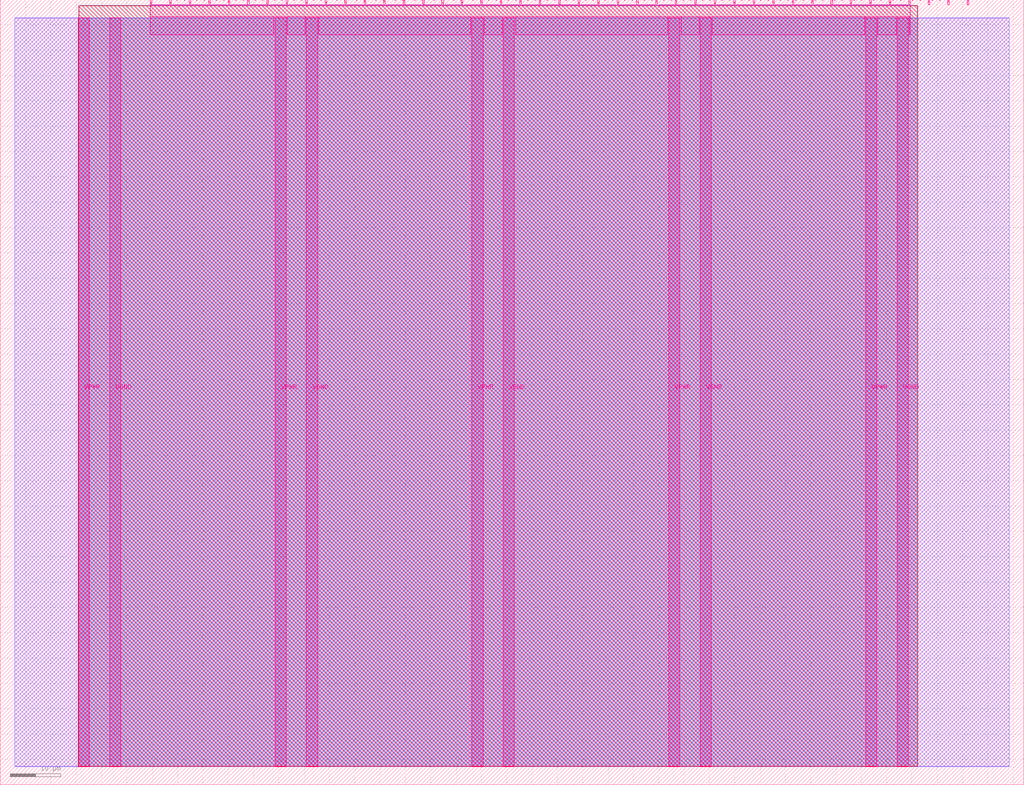
<source format=lef>
VERSION 5.7 ;
  NOWIREEXTENSIONATPIN ON ;
  DIVIDERCHAR "/" ;
  BUSBITCHARS "[]" ;
MACRO tt_um_wokwi_413385294512575489
  CLASS BLOCK ;
  FOREIGN tt_um_wokwi_413385294512575489 ;
  ORIGIN 0.000 0.000 ;
  SIZE 202.080 BY 154.980 ;
  PIN VGND
    DIRECTION INOUT ;
    USE GROUND ;
    PORT
      LAYER Metal5 ;
        RECT 21.580 3.560 23.780 151.420 ;
    END
    PORT
      LAYER Metal5 ;
        RECT 60.450 3.560 62.650 151.420 ;
    END
    PORT
      LAYER Metal5 ;
        RECT 99.320 3.560 101.520 151.420 ;
    END
    PORT
      LAYER Metal5 ;
        RECT 138.190 3.560 140.390 151.420 ;
    END
    PORT
      LAYER Metal5 ;
        RECT 177.060 3.560 179.260 151.420 ;
    END
  END VGND
  PIN VPWR
    DIRECTION INOUT ;
    USE POWER ;
    PORT
      LAYER Metal5 ;
        RECT 15.380 3.560 17.580 151.420 ;
    END
    PORT
      LAYER Metal5 ;
        RECT 54.250 3.560 56.450 151.420 ;
    END
    PORT
      LAYER Metal5 ;
        RECT 93.120 3.560 95.320 151.420 ;
    END
    PORT
      LAYER Metal5 ;
        RECT 131.990 3.560 134.190 151.420 ;
    END
    PORT
      LAYER Metal5 ;
        RECT 170.860 3.560 173.060 151.420 ;
    END
  END VPWR
  PIN clk
    DIRECTION INPUT ;
    USE SIGNAL ;
    PORT
      LAYER Metal5 ;
        RECT 187.050 153.980 187.350 154.980 ;
    END
  END clk
  PIN ena
    DIRECTION INPUT ;
    USE SIGNAL ;
    PORT
      LAYER Metal5 ;
        RECT 190.890 153.980 191.190 154.980 ;
    END
  END ena
  PIN rst_n
    DIRECTION INPUT ;
    USE SIGNAL ;
    PORT
      LAYER Metal5 ;
        RECT 183.210 153.980 183.510 154.980 ;
    END
  END rst_n
  PIN ui_in[0]
    DIRECTION INPUT ;
    USE SIGNAL ;
    ANTENNAGATEAREA 0.180700 ;
    PORT
      LAYER Metal5 ;
        RECT 179.370 153.980 179.670 154.980 ;
    END
  END ui_in[0]
  PIN ui_in[1]
    DIRECTION INPUT ;
    USE SIGNAL ;
    ANTENNAGATEAREA 0.180700 ;
    PORT
      LAYER Metal5 ;
        RECT 175.530 153.980 175.830 154.980 ;
    END
  END ui_in[1]
  PIN ui_in[2]
    DIRECTION INPUT ;
    USE SIGNAL ;
    ANTENNAGATEAREA 0.180700 ;
    PORT
      LAYER Metal5 ;
        RECT 171.690 153.980 171.990 154.980 ;
    END
  END ui_in[2]
  PIN ui_in[3]
    DIRECTION INPUT ;
    USE SIGNAL ;
    ANTENNAGATEAREA 0.180700 ;
    PORT
      LAYER Metal5 ;
        RECT 167.850 153.980 168.150 154.980 ;
    END
  END ui_in[3]
  PIN ui_in[4]
    DIRECTION INPUT ;
    USE SIGNAL ;
    PORT
      LAYER Metal5 ;
        RECT 164.010 153.980 164.310 154.980 ;
    END
  END ui_in[4]
  PIN ui_in[5]
    DIRECTION INPUT ;
    USE SIGNAL ;
    PORT
      LAYER Metal5 ;
        RECT 160.170 153.980 160.470 154.980 ;
    END
  END ui_in[5]
  PIN ui_in[6]
    DIRECTION INPUT ;
    USE SIGNAL ;
    PORT
      LAYER Metal5 ;
        RECT 156.330 153.980 156.630 154.980 ;
    END
  END ui_in[6]
  PIN ui_in[7]
    DIRECTION INPUT ;
    USE SIGNAL ;
    PORT
      LAYER Metal5 ;
        RECT 152.490 153.980 152.790 154.980 ;
    END
  END ui_in[7]
  PIN uio_in[0]
    DIRECTION INPUT ;
    USE SIGNAL ;
    ANTENNAGATEAREA 0.180700 ;
    PORT
      LAYER Metal5 ;
        RECT 148.650 153.980 148.950 154.980 ;
    END
  END uio_in[0]
  PIN uio_in[1]
    DIRECTION INPUT ;
    USE SIGNAL ;
    ANTENNAGATEAREA 0.180700 ;
    PORT
      LAYER Metal5 ;
        RECT 144.810 153.980 145.110 154.980 ;
    END
  END uio_in[1]
  PIN uio_in[2]
    DIRECTION INPUT ;
    USE SIGNAL ;
    PORT
      LAYER Metal5 ;
        RECT 140.970 153.980 141.270 154.980 ;
    END
  END uio_in[2]
  PIN uio_in[3]
    DIRECTION INPUT ;
    USE SIGNAL ;
    PORT
      LAYER Metal5 ;
        RECT 137.130 153.980 137.430 154.980 ;
    END
  END uio_in[3]
  PIN uio_in[4]
    DIRECTION INPUT ;
    USE SIGNAL ;
    PORT
      LAYER Metal5 ;
        RECT 133.290 153.980 133.590 154.980 ;
    END
  END uio_in[4]
  PIN uio_in[5]
    DIRECTION INPUT ;
    USE SIGNAL ;
    PORT
      LAYER Metal5 ;
        RECT 129.450 153.980 129.750 154.980 ;
    END
  END uio_in[5]
  PIN uio_in[6]
    DIRECTION INPUT ;
    USE SIGNAL ;
    PORT
      LAYER Metal5 ;
        RECT 125.610 153.980 125.910 154.980 ;
    END
  END uio_in[6]
  PIN uio_in[7]
    DIRECTION INPUT ;
    USE SIGNAL ;
    PORT
      LAYER Metal5 ;
        RECT 121.770 153.980 122.070 154.980 ;
    END
  END uio_in[7]
  PIN uio_oe[0]
    DIRECTION OUTPUT ;
    USE SIGNAL ;
    ANTENNADIFFAREA 0.299200 ;
    PORT
      LAYER Metal5 ;
        RECT 56.490 153.980 56.790 154.980 ;
    END
  END uio_oe[0]
  PIN uio_oe[1]
    DIRECTION OUTPUT ;
    USE SIGNAL ;
    ANTENNADIFFAREA 0.299200 ;
    PORT
      LAYER Metal5 ;
        RECT 52.650 153.980 52.950 154.980 ;
    END
  END uio_oe[1]
  PIN uio_oe[2]
    DIRECTION OUTPUT ;
    USE SIGNAL ;
    ANTENNADIFFAREA 0.392700 ;
    PORT
      LAYER Metal5 ;
        RECT 48.810 153.980 49.110 154.980 ;
    END
  END uio_oe[2]
  PIN uio_oe[3]
    DIRECTION OUTPUT ;
    USE SIGNAL ;
    ANTENNADIFFAREA 0.299200 ;
    PORT
      LAYER Metal5 ;
        RECT 44.970 153.980 45.270 154.980 ;
    END
  END uio_oe[3]
  PIN uio_oe[4]
    DIRECTION OUTPUT ;
    USE SIGNAL ;
    ANTENNADIFFAREA 0.299200 ;
    PORT
      LAYER Metal5 ;
        RECT 41.130 153.980 41.430 154.980 ;
    END
  END uio_oe[4]
  PIN uio_oe[5]
    DIRECTION OUTPUT ;
    USE SIGNAL ;
    ANTENNADIFFAREA 0.299200 ;
    PORT
      LAYER Metal5 ;
        RECT 37.290 153.980 37.590 154.980 ;
    END
  END uio_oe[5]
  PIN uio_oe[6]
    DIRECTION OUTPUT ;
    USE SIGNAL ;
    ANTENNADIFFAREA 0.299200 ;
    PORT
      LAYER Metal5 ;
        RECT 33.450 153.980 33.750 154.980 ;
    END
  END uio_oe[6]
  PIN uio_oe[7]
    DIRECTION OUTPUT ;
    USE SIGNAL ;
    ANTENNADIFFAREA 0.299200 ;
    PORT
      LAYER Metal5 ;
        RECT 29.610 153.980 29.910 154.980 ;
    END
  END uio_oe[7]
  PIN uio_out[0]
    DIRECTION OUTPUT ;
    USE SIGNAL ;
    ANTENNADIFFAREA 0.299200 ;
    PORT
      LAYER Metal5 ;
        RECT 87.210 153.980 87.510 154.980 ;
    END
  END uio_out[0]
  PIN uio_out[1]
    DIRECTION OUTPUT ;
    USE SIGNAL ;
    ANTENNADIFFAREA 0.299200 ;
    PORT
      LAYER Metal5 ;
        RECT 83.370 153.980 83.670 154.980 ;
    END
  END uio_out[1]
  PIN uio_out[2]
    DIRECTION OUTPUT ;
    USE SIGNAL ;
    ANTENNADIFFAREA 0.654800 ;
    PORT
      LAYER Metal5 ;
        RECT 79.530 153.980 79.830 154.980 ;
    END
  END uio_out[2]
  PIN uio_out[3]
    DIRECTION OUTPUT ;
    USE SIGNAL ;
    ANTENNADIFFAREA 0.299200 ;
    PORT
      LAYER Metal5 ;
        RECT 75.690 153.980 75.990 154.980 ;
    END
  END uio_out[3]
  PIN uio_out[4]
    DIRECTION OUTPUT ;
    USE SIGNAL ;
    ANTENNADIFFAREA 0.299200 ;
    PORT
      LAYER Metal5 ;
        RECT 71.850 153.980 72.150 154.980 ;
    END
  END uio_out[4]
  PIN uio_out[5]
    DIRECTION OUTPUT ;
    USE SIGNAL ;
    ANTENNADIFFAREA 0.299200 ;
    PORT
      LAYER Metal5 ;
        RECT 68.010 153.980 68.310 154.980 ;
    END
  END uio_out[5]
  PIN uio_out[6]
    DIRECTION OUTPUT ;
    USE SIGNAL ;
    ANTENNADIFFAREA 0.299200 ;
    PORT
      LAYER Metal5 ;
        RECT 64.170 153.980 64.470 154.980 ;
    END
  END uio_out[6]
  PIN uio_out[7]
    DIRECTION OUTPUT ;
    USE SIGNAL ;
    ANTENNADIFFAREA 0.299200 ;
    PORT
      LAYER Metal5 ;
        RECT 60.330 153.980 60.630 154.980 ;
    END
  END uio_out[7]
  PIN uo_out[0]
    DIRECTION OUTPUT ;
    USE SIGNAL ;
    ANTENNADIFFAREA 0.654800 ;
    PORT
      LAYER Metal5 ;
        RECT 117.930 153.980 118.230 154.980 ;
    END
  END uo_out[0]
  PIN uo_out[1]
    DIRECTION OUTPUT ;
    USE SIGNAL ;
    ANTENNADIFFAREA 0.654800 ;
    PORT
      LAYER Metal5 ;
        RECT 114.090 153.980 114.390 154.980 ;
    END
  END uo_out[1]
  PIN uo_out[2]
    DIRECTION OUTPUT ;
    USE SIGNAL ;
    ANTENNADIFFAREA 0.654800 ;
    PORT
      LAYER Metal5 ;
        RECT 110.250 153.980 110.550 154.980 ;
    END
  END uo_out[2]
  PIN uo_out[3]
    DIRECTION OUTPUT ;
    USE SIGNAL ;
    ANTENNADIFFAREA 0.654800 ;
    PORT
      LAYER Metal5 ;
        RECT 106.410 153.980 106.710 154.980 ;
    END
  END uo_out[3]
  PIN uo_out[4]
    DIRECTION OUTPUT ;
    USE SIGNAL ;
    ANTENNADIFFAREA 0.654800 ;
    PORT
      LAYER Metal5 ;
        RECT 102.570 153.980 102.870 154.980 ;
    END
  END uo_out[4]
  PIN uo_out[5]
    DIRECTION OUTPUT ;
    USE SIGNAL ;
    ANTENNADIFFAREA 0.654800 ;
    PORT
      LAYER Metal5 ;
        RECT 98.730 153.980 99.030 154.980 ;
    END
  END uo_out[5]
  PIN uo_out[6]
    DIRECTION OUTPUT ;
    USE SIGNAL ;
    ANTENNADIFFAREA 0.654800 ;
    PORT
      LAYER Metal5 ;
        RECT 94.890 153.980 95.190 154.980 ;
    END
  END uo_out[6]
  PIN uo_out[7]
    DIRECTION OUTPUT ;
    USE SIGNAL ;
    ANTENNADIFFAREA 0.654800 ;
    PORT
      LAYER Metal5 ;
        RECT 91.050 153.980 91.350 154.980 ;
    END
  END uo_out[7]
  OBS
      LAYER GatPoly ;
        RECT 2.880 3.630 199.200 151.350 ;
      LAYER Metal1 ;
        RECT 2.880 3.560 199.200 151.420 ;
      LAYER Metal2 ;
        RECT 15.515 3.680 181.105 151.300 ;
      LAYER Metal3 ;
        RECT 15.560 3.635 181.060 153.865 ;
      LAYER Metal4 ;
        RECT 15.515 3.680 181.105 153.820 ;
      LAYER Metal5 ;
        RECT 30.120 153.770 33.240 153.980 ;
        RECT 33.960 153.770 37.080 153.980 ;
        RECT 37.800 153.770 40.920 153.980 ;
        RECT 41.640 153.770 44.760 153.980 ;
        RECT 45.480 153.770 48.600 153.980 ;
        RECT 49.320 153.770 52.440 153.980 ;
        RECT 53.160 153.770 56.280 153.980 ;
        RECT 57.000 153.770 60.120 153.980 ;
        RECT 60.840 153.770 63.960 153.980 ;
        RECT 64.680 153.770 67.800 153.980 ;
        RECT 68.520 153.770 71.640 153.980 ;
        RECT 72.360 153.770 75.480 153.980 ;
        RECT 76.200 153.770 79.320 153.980 ;
        RECT 80.040 153.770 83.160 153.980 ;
        RECT 83.880 153.770 87.000 153.980 ;
        RECT 87.720 153.770 90.840 153.980 ;
        RECT 91.560 153.770 94.680 153.980 ;
        RECT 95.400 153.770 98.520 153.980 ;
        RECT 99.240 153.770 102.360 153.980 ;
        RECT 103.080 153.770 106.200 153.980 ;
        RECT 106.920 153.770 110.040 153.980 ;
        RECT 110.760 153.770 113.880 153.980 ;
        RECT 114.600 153.770 117.720 153.980 ;
        RECT 118.440 153.770 121.560 153.980 ;
        RECT 122.280 153.770 125.400 153.980 ;
        RECT 126.120 153.770 129.240 153.980 ;
        RECT 129.960 153.770 133.080 153.980 ;
        RECT 133.800 153.770 136.920 153.980 ;
        RECT 137.640 153.770 140.760 153.980 ;
        RECT 141.480 153.770 144.600 153.980 ;
        RECT 145.320 153.770 148.440 153.980 ;
        RECT 149.160 153.770 152.280 153.980 ;
        RECT 153.000 153.770 156.120 153.980 ;
        RECT 156.840 153.770 159.960 153.980 ;
        RECT 160.680 153.770 163.800 153.980 ;
        RECT 164.520 153.770 167.640 153.980 ;
        RECT 168.360 153.770 171.480 153.980 ;
        RECT 172.200 153.770 175.320 153.980 ;
        RECT 176.040 153.770 179.160 153.980 ;
        RECT 29.660 151.630 179.620 153.770 ;
        RECT 29.660 148.115 54.040 151.630 ;
        RECT 56.660 148.115 60.240 151.630 ;
        RECT 62.860 148.115 92.910 151.630 ;
        RECT 95.530 148.115 99.110 151.630 ;
        RECT 101.730 148.115 131.780 151.630 ;
        RECT 134.400 148.115 137.980 151.630 ;
        RECT 140.600 148.115 170.650 151.630 ;
        RECT 173.270 148.115 176.850 151.630 ;
        RECT 179.470 148.115 179.620 151.630 ;
  END
END tt_um_wokwi_413385294512575489
END LIBRARY


</source>
